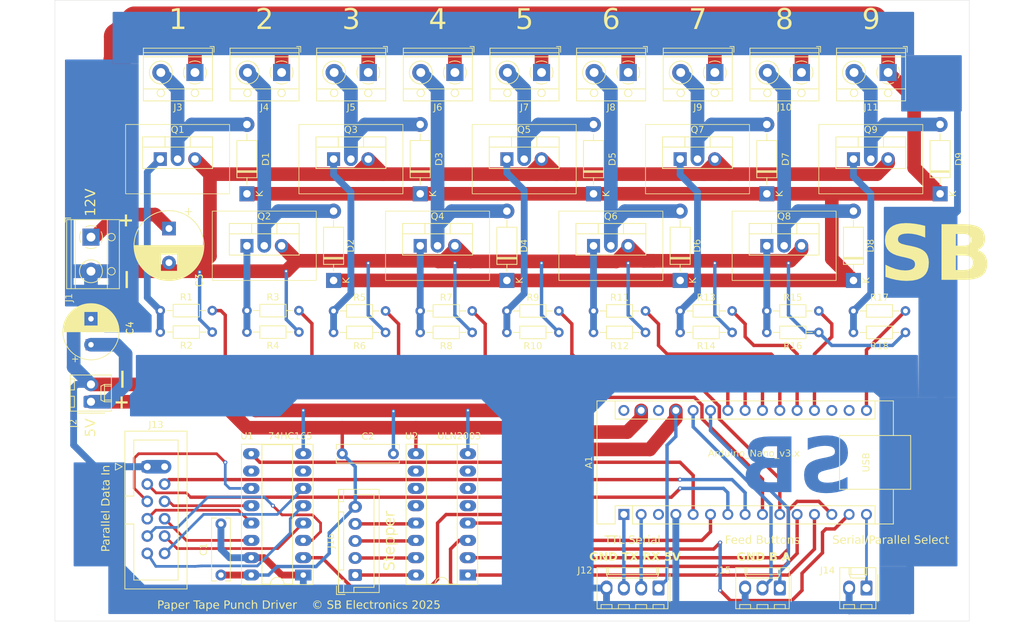
<source format=kicad_pcb>
(kicad_pcb (version 20241229) (generator "pcbnew") (generator_version "9.0")
  (layers (0 "F.Cu" signal) (2 "B.Cu" signal) (13 "F.Paste" user) (15 "B.Paste" user) (5 "F.SilkS" user "F.Silkscreen") (7 "B.SilkS" user "B.Silkscreen") (1 "F.Mask" user) (3 "B.Mask" user) (25 "Edge.Cuts" user))
  (net 0 "")
  (net 2 "Net-(A1-A2)")
  (net 3 "Net-(A1-A1)")
  (net 5 "Net-(A1-D7)")
  (net 6 "Net-(A1-A6)")
  (net 7 "Net-(A1-D11)")
  (net 8 "Net-(A1-A0)")
  (net 11 "Net-(A1-A5)")
  (net 12 "Net-(A1-D3)")
  (net 13 "Net-(A1-D2)")
  (net 14 "Net-(A1-A3)")
  (net 15 "Net-(A1-D5)")
  (net 16 "Net-(A1-D1{slash}TX)")
  (net 17 "GND")
  (net 18 "Net-(A1-D12)")
  (net 19 "Net-(A1-D13)")
  (net 20 "Net-(A1-D10)")
  (net 21 "Net-(A1-D0{slash}RX)")
  (net 22 "Net-(A1-A4)")
  (net 23 "Net-(A1-D9)")
  (net 24 "Net-(A1-D8)")
  (net 26 "Net-(A1-D6)")
  (net 27 "Net-(A1-D4)")
  (net 28 "Net-(A1-A7)")
  (net 29 "+5V")
  (net 30 "+12V")
  (net 31 "Net-(D1-A)")
  (net 32 "Net-(D2-A)")
  (net 33 "Net-(D3-A)")
  (net 34 "Net-(D4-A)")
  (net 35 "Net-(D5-A)")
  (net 36 "Net-(D6-A)")
  (net 37 "Net-(D7-A)")
  (net 38 "Net-(D8-A)")
  (net 39 "Net-(D9-A)")
  (net 40 "Net-(J13-Pin_7)")
  (net 41 "Net-(J13-Pin_5)")
  (net 42 "Net-(J13-Pin_6)")
  (net 43 "Net-(J13-Pin_10)")
  (net 44 "Net-(J13-Pin_8)")
  (net 45 "Net-(J13-Pin_11)")
  (net 46 "Net-(J13-Pin_9)")
  (net 47 "Net-(J13-Pin_12)")
  (net 48 "Net-(J16-Pin_3)")
  (net 49 "Net-(J16-Pin_1)")
  (net 50 "Net-(J16-Pin_2)")
  (net 51 "Net-(J16-Pin_4)")
  (net 52 "Net-(Q1-G)")
  (net 53 "Net-(Q2-G)")
  (net 54 "Net-(Q3-G)")
  (net 55 "Net-(Q4-G)")
  (net 56 "Net-(Q5-G)")
  (net 57 "Net-(Q6-G)")
  (net 58 "Net-(Q7-G)")
  (net 59 "Net-(Q8-G)")
  (net 60 "Net-(Q9-G)")
  (footprint "Resistor_THT:R_Axial_DIN0204_L3.6mm_D1.6mm_P7.62mm_Horizontal" (layer "F.Cu") (at 243.84 76.2)
    (property "Reference" "R16")
    (property "Value" "10k")
  )
  (footprint "Module:Arduino_Nano" (layer "F.Cu") (at 222.885 102.87 90)
    (property "Reference" "A1")
    (property "Value" "Arduino_Nano_v3.x")
  )
  (footprint "Diode_THT:D_DO-41_SOD81_P10.16mm_Horizontal" (layer "F.Cu") (at 180.34 68.58 90)
    (property "Reference" "D2")
    (property "Value" "1N4007")
  )
  (footprint "Connector_Molex:Molex_KK-254_AE-6410-04A_1x04_P2.54mm_Vertical" (layer "F.Cu") (at 227.965 113.665 180)
    (property "Reference" "J12")
    (property "Value" "TTL Serial")
  )
  (footprint "Resistor_THT:R_Axial_DIN0204_L3.6mm_D1.6mm_P7.62mm_Horizontal" (layer "F.Cu") (at 231.14 73.05)
    (property "Reference" "R13")
    (property "Value" "220")
  )
  (footprint "Resistor_THT:R_Axial_DIN0204_L3.6mm_D1.6mm_P7.62mm_Horizontal" (layer "F.Cu") (at 154.94 76.1492)
    (property "Reference" "R2")
    (property "Value" "10k")
  )
  (footprint "Diode_THT:D_DO-41_SOD81_P10.16mm_Horizontal" (layer "F.Cu") (at 269.24 55.88 90)
    (property "Reference" "D9")
    (property "Value" "1N4007")
  )
  (footprint "Package_DIP:CERDIP-16_W7.62mm_SideBrazed_LongPads_Socket" (layer "F.Cu") (at 200.025 111.76 180)
    (property "Reference" "U2")
    (property "Value" "ULN2003")
  )
  (footprint "Resistor_THT:R_Axial_DIN0204_L3.6mm_D1.6mm_P7.62mm_Horizontal" (layer "F.Cu") (at 193.04 76.2)
    (property "Reference" "R8")
    (property "Value" "10k")
  )
  (footprint "MountingHole:MountingHole_3.2mm_M3_DIN965" (layer "F.Cu") (at 144 114)
    (property "Reference" "REF**" (hide yes))
    (property "Value" "MountingHole_3.2mm_M3_DIN965")
  )
  (footprint "Connector_Molex:Molex_KK-254_AE-6410-02A_1x02_P2.54mm_Vertical" (layer "F.Cu") (at 258.445 113.665 180)
    (property "Reference" "J14")
    (property "Value" "Serial/Parallel Select")
  )
  (footprint "Package_TO_SOT_THT:TO-220-3_Vertical" (layer "F.Cu") (at 167.64 63.5)
    (property "Reference" "Q2")
    (property "Value" "FQP30N06L")
  )
  (footprint "MountingHole:MountingHole_3.2mm_M3_DIN965" (layer "F.Cu") (at 269 114)
    (property "Reference" "REF**" (hide yes))
    (property "Value" "MountingHole_3.2mm_M3_DIN965")
  )
  (footprint "Resistor_THT:R_Axial_DIN0204_L3.6mm_D1.6mm_P7.62mm_Horizontal" (layer "F.Cu") (at 231.14 76.2)
    (property "Reference" "R14")
    (property "Value" "10k")
  )
  (footprint "Diode_THT:D_DO-41_SOD81_P10.16mm_Horizontal" (layer "F.Cu") (at 205.74 68.58 90)
    (property "Reference" "D4")
    (property "Value" "1N4007")
  )
  (footprint "Resistor_THT:R_Axial_DIN0204_L3.6mm_D1.6mm_P7.62mm_Horizontal" (layer "F.Cu") (at 256.54 73.05)
    (property "Reference" "R17")
    (property "Value" "220")
  )
  (footprint "Resistor_THT:R_Axial_DIN0204_L3.6mm_D1.6mm_P7.62mm_Horizontal" (layer "F.Cu") (at 218.44 73.05)
    (property "Reference" "R11")
    (property "Value" "220")
  )
  (footprint "Resistor_THT:R_Axial_DIN0204_L3.6mm_D1.6mm_P7.62mm_Horizontal" (layer "F.Cu") (at 180.34 73.05)
    (property "Reference" "R5")
    (property "Value" "220")
  )
  (footprint "Capacitor_THT:CP_Radial_D8.0mm_P3.80mm" (layer "F.Cu") (at 144.78 78.002651 90)
    (property "Reference" "C4")
    (property "Value" "C_Polarized_Small")
  )
  (footprint "Package_TO_SOT_THT:TO-220-3_Vertical" (layer "F.Cu") (at 231.14 50.8)
    (property "Reference" "Q7")
    (property "Value" "FQP30N06L")
  )
  (footprint "Resistor_THT:R_Axial_DIN0204_L3.6mm_D1.6mm_P7.62mm_Horizontal" (layer "F.Cu") (at 205.74 73.05)
    (property "Reference" "R9")
    (property "Value" "220")
  )
  (footprint "Diode_THT:D_DO-41_SOD81_P10.16mm_Horizontal" (layer "F.Cu") (at 218.44 55.88 90)
    (property "Reference" "D5")
    (property "Value" "1N4007")
  )
  (footprint "Package_TO_SOT_THT:TO-220-3_Vertical" (layer "F.Cu") (at 193.04 63.5)
    (property "Reference" "Q4")
    (property "Value" "FQP30N06L")
  )
  (footprint "Resistor_THT:R_Axial_DIN0204_L3.6mm_D1.6mm_P7.62mm_Horizontal" (layer "F.Cu") (at 256.54 76.2)
    (property "Reference" "R18")
    (property "Value" "10k")
  )
  (footprint "Resistor_THT:R_Axial_DIN0204_L3.6mm_D1.6mm_P7.62mm_Horizontal" (layer "F.Cu") (at 205.74 76.2)
    (property "Reference" "R10")
    (property "Value" "10k")
  )
  (footprint "Resistor_THT:R_Axial_DIN0204_L3.6mm_D1.6mm_P7.62mm_Horizontal" (layer "F.Cu") (at 167.64 76.1492)
    (property "Reference" "R4")
    (property "Value" "10k")
  )
  (footprint "TerminalBlock_RND:TerminalBlock_RND_205-00012_1x02_P5.00mm_Horizontal" (layer "F.Cu") (at 261.62 38.1 180)
    (property "Reference" "J11")
    (property "Value" "9")
  )
  (footprint "Resistor_THT:R_Axial_DIN0204_L3.6mm_D1.6mm_P7.62mm_Horizontal" (layer "F.Cu") (at 243.84 73.05)
    (property "Reference" "R15")
    (property "Value" "220")
  )
  (footprint "Connector_IDC:IDC-Header_2x06_P2.54mm_Vertical" (layer "F.Cu") (at 153.035 95.885)
    (property "Reference" "J13")
    (property "Value" "Parallel Data In")
  )
  (footprint "Resistor_THT:R_Axial_DIN0204_L3.6mm_D1.6mm_P7.62mm_Horizontal" (layer "F.Cu") (at 167.64 72.9992)
    (property "Reference" "R3")
    (property "Value" "220")
  )
  (footprint "Package_DIP:CERDIP-16_W7.62mm_SideBrazed_LongPads_Socket" (layer "F.Cu") (at 175.895 111.76 180)
    (property "Reference" "U1")
    (property "Value" "74HC165")
  )
  (footprint "Capacitor_THT:C_Rect_L9.0mm_W2.5mm_P7.50mm_MKT" (layer "F.Cu") (at 181.61 93.98)
    (property "Reference" "C2")
    (property "Value" "100nF")
  )
  (footprint "TerminalBlock_RND:TerminalBlock_RND_205-00012_1x02_P5.00mm_Horizontal" (layer "F.Cu") (at 248.92 38.1 180)
    (property "Reference" "J10")
    (property "Value" "8")
  )
  (footprint "TerminalBlock_RND:TerminalBlock_RND_205-00012_1x02_P5.00mm_Horizontal" (layer "F.Cu") (at 198.12 38.1 180)
    (property "Reference" "J6")
    (property "Value" "4")
  )
  (footprint "Resistor_THT:R_Axial_DIN0204_L3.6mm_D1.6mm_P7.62mm_Horizontal" (layer "F.Cu") (at 154.94 72.9992)
    (property "Reference" "R1")
    (property "Value" "220")
  )
  (footprint "Connector_Molex:Molex_KK-254_AE-6410-03A_1x03_P2.54mm_Vertical" (layer "F.Cu") (at 245.745 113.665 180)
    (property "Reference" "J15")
    (property "Value" "Feed Buttons")
  )
  (footprint "TerminalBlock_RND:TerminalBlock_RND_205-00012_1x02_P5.00mm_Horizontal" (layer "F.Cu") (at 236.22 38.1 180)
    (property "Reference" "J9")
    (property "Value" "7")
  )
  (footprint "Package_TO_SOT_THT:TO-220-3_Vertical" (layer "F.Cu") (at 218.44 63.5)
    (property "Reference" "Q6")
    (property "Value" "FQP30N06L")
  )
  (footprint "TerminalBlock_RND:TerminalBlock_RND_205-00012_1x02_P5.00mm_Horizontal" (layer "F.Cu") (at 185.42 38.1 180)
    (property "Reference" "J5")
    (property "Value" "3")
  )
  (footprint "Diode_THT:D_DO-41_SOD81_P10.16mm_Horizontal" (layer "F.Cu") (at 167.64 55.88 90)
    (property "Reference" "D1")
    (property "Value" "1N4007")
  )
  (footprint "Package_TO_SOT_THT:TO-220-3_Vertical" (layer "F.Cu") (at 256.54 50.8)
    (property "Reference" "Q9")
    (property "Value" "FQP30N06L")
  )
  (footprint "Resistor_THT:R_Axial_DIN0204_L3.6mm_D1.6mm_P7.62mm_Horizontal" (layer "F.Cu") (at 180.34 76.2)
    (property "Reference" "R6")
    (property "Value" "10k")
  )
  (footprint "Package_TO_SOT_THT:TO-220-3_Vertical" (layer "F.Cu") (at 154.94 50.8)
    (property "Reference" "Q1")
    (property "Value" "FQP30N06L")
  )
  (footprint "Capacitor_THT:C_Rect_L9.0mm_W2.5mm_P7.50mm_MKT" (layer "F.Cu") (at 163.83 111.76 90)
    (property "Reference" "C1")
    (property "Value" "100nF")
  )
  (footprint "Capacitor_THT:CP_Radial_D10.0mm_P5.00mm" (layer "F.Cu") (at 156.21 60.97 -90)
    (property "Reference" "C3")
    (property "Value" "C_Polarized_Small")
  )
  (footprint "Resistor_THT:R_Axial_DIN0204_L3.6mm_D1.6mm_P7.62mm_Horizontal" (layer "F.Cu") (at 193.04 73.05)
    (property "Reference" "R7")
    (property "Value" "220")
  )
  (footprint "Diode_THT:D_DO-41_SOD81_P10.16mm_Horizontal" (layer "F.Cu") (at 231.14 68.58 90)
    (property "Reference" "D6")
    (property "Value" "1N4007")
  )
  (footprint "TerminalBlock_RND:TerminalBlock_RND_205-00012_1x02_P5.00mm_Horizontal" (layer "F.Cu") (at 144.78 62.23 -90)
    (property "Reference" "J1")
    (property "Value" "12V")
  )
  (footprint "Package_TO_SOT_THT:TO-220-3_Vertical" (layer "F.Cu") (at 243.84 63.5)
    (property "Reference" "Q8")
    (property "Value" "FQP30N06L")
  )
  (footprint "Resistor_THT:R_Axial_DIN0204_L3.6mm_D1.6mm_P7.62mm_Horizontal" (layer "F.Cu") (at 218.44 76.2)
    (property "Reference" "R12")
    (property "Value" "10k")
  )
  (footprint "Package_TO_SOT_THT:TO-220-3_Vertical" (layer "F.Cu") (at 180.34 50.8)
    (property "Reference" "Q3")
    (property "Value" "FQP30N06L")
  )
  (footprint "TerminalBlock_RND:TerminalBlock_RND_205-00012_1x02_P5.00mm_Horizontal" (layer "F.Cu") (at 172.72 38.1 180)
    (property "Reference" "J4")
    (property "Value" "2")
  )
  (footprint "Diode_THT:D_DO-41_SOD81_P10.16mm_Horizontal" (layer "F.Cu") (at 193.04 55.88 90)
    (property "Reference" "D3")
    (property "Value" "1N4007")
  )
  (footprint "Connector_JST:JST_XH_B5B-XH-A_1x05_P2.50mm_Vertical" (layer "F.Cu") (at 183.515 111.76 90)
    (property "Reference" "J16")
    (property "Value" "Stepper")
  )
  (footprint "Diode_THT:D_DO-41_SOD81_P10.16mm_Horizontal" (layer "F.Cu") (at 243.84 55.88 90)
    (property "Reference" "D7")
    (property "Value" "1N4007")
  )
  (footprint "Diode_THT:D_DO-41_SOD81_P10.16mm_Horizontal" (layer "F.Cu") (at 256.54 68.58 90)
    (property "Reference" "D8")
    (property "Value" "1N4007")
  )
  (footprint "Package_TO_SOT_THT:TO-220-3_Vertical" (layer "F.Cu") (at 205.74 50.8)
    (property "Reference" "Q5")
    (property "Value" "FQP30N06L")
  )
  (footprint "MountingHole:MountingHole_3.2mm_M3_DIN965" (layer "F.Cu") (at 269 32)
    (property "Reference" "REF**" (hide yes))
    (property "Value" "MountingHole_3.2mm_M3_DIN965")
  )
  (footprint "TerminalBlock_RND:TerminalBlock_RND_205-00012_1x02_P5.00mm_Horizontal" (layer "F.Cu") (at 210.82 38.1 180)
    (property "Reference" "J7")
    (property "Value" "5")
  )
  (footprint "MountingHole:MountingHole_3.2mm_M3_DIN965" (layer "F.Cu") (at 144 32)
    (property "Reference" "REF**" (hide yes))
    (property "Value" "MountingHole_3.2mm_M3_DIN965")
  )
  (footprint "TerminalBlock_RND:TerminalBlock_RND_205-00012_1x02_P5.00mm_Horizontal" (layer "F.Cu") (at 223.52 38.1 180)
    (property "Reference" "J8")
    (property "Value" "6")
  )
  (footprint "TerminalBlock_RND:TerminalBlock_RND_205-00012_1x02_P5.00mm_Horizontal" (layer "F.Cu") (at 160.02 38.1 180)
    (property "Reference" "J3")
    (property "Value" "1")
  )
  (footprint "Connector_Molex:Molex_KK-254_AE-6410-02A_1x02_P2.54mm_Vertical" (layer "F.Cu") (at 144.78 86.36 90)
    (property "Reference" "J2")
    (property "Value" "5V")
  )
  (gr_rect (start 238.76 58.42) (end 254 68.58) (stroke (width 0.1)) (fill no) (layer "F.SilkS"))
  (gr_rect (start 226.06 45.72) (end 241.3 55.88) (stroke (width 0.1)) (fill no) (layer "F.SilkS"))
  (gr_rect (start 187.96 58.42) (end 203.2 68.58) (stroke (width 0.1)) (fill no) (layer "F.SilkS"))
  (gr_rect (start 200.66 45.72) (end 215.9 55.88) (stroke (width 0.1)) (fill no) (layer "F.SilkS"))
  (gr_rect (start 251.46 45.72) (end 266.7 55.88) (stroke (width 0.1)) (fill no) (layer "F.SilkS"))
  (gr_rect (start 162.56 58.42) (end 177.8 68.58) (stroke (width 0.1)) (fill no) (layer "F.SilkS"))
  (gr_rect (start 213.36 58.42) (end 228.6 68.58) (stroke (width 0.1)) (fill no) (layer "F.SilkS"))
  (gr_rect (start 175.26 45.72) (end 190.5 55.88) (stroke (width 0.1)) (fill no) (layer "F.SilkS"))
  (gr_rect (start 149.86 45.72) (end 165.1 55.88) (stroke (width 0.1)) (fill no) (layer "F.SilkS"))
  (gr_rect (start 139.5 27.5) (end 273.5 118.5) (stroke (width 0.05)) (fill no) (layer "Edge.Cuts"))
  (gr_text "SB" (at 256.54 100.965 0) (layer "B.Cu") (effects (font (size 8 8) (thickness 0.3) (bold yes)) (justify left bottom mirror)))
  (gr_text "SB" (at 260.35 69.85 0) (layer "F.SilkS") (effects (font (size 8 8) (thickness 0.1)) (justify left bottom)))
  (gr_text "+" (at 151.13 60.96 90) (layer "F.SilkS") (effects (font (size 2 2) (thickness 0.3) (bold yes)) (justify left bottom)))
  (gr_text "Paper Tape Punch Driver    © SB Electronics 2025" (at 175.26 116.205 0) (layer "F.SilkS") (effects (font (size 1.2 1.2))))
  (gr_text "GND B A" (at 239.395 109.855 0) (layer "F.SilkS") (effects (font (size 1.2 1.2) (thickness 0.3) (bold yes)) (justify left bottom)))
  (gr_text "+" (at 150.495 87.63 90) (layer "F.SilkS") (effects (font (size 2 2) (thickness 0.3) (bold yes)) (justify left bottom)))
  (gr_text "—\n" (at 150.495 84.455 90) (layer "F.SilkS") (effects (font (size 2 2) (thickness 0.3) (bold yes)) (justify left bottom)))
  (gr_text "—\n" (at 151.13 69.85 90) (layer "F.SilkS") (effects (font (size 2 2) (thickness 0.3) (bold yes)) (justify left bottom)))
  (gr_text "GND TX RX 5V" (at 217.805 109.855 0) (layer "F.SilkS") (effects (font (size 1.2 1.2) (thickness 0.3) (bold yes)) (justify left bottom)))
  (segment (start 245.745 80.645) (end 245.745 87.63) (width 0.5) (layer "F.Cu") (net 2))
  (segment (start 244.475 79.375) (end 245.745 80.645) (width 0.5) (layer "F.Cu") (net 2))
  (segment (start 227.965 74.955) (end 227.965 78.105) (width 0.5) (layer "F.Cu") (net 2))
  (segment (start 226.06 73.05) (end 227.965 74.955) (width 0.5) (layer "F.Cu") (net 2))
  (segment (start 229.235 79.375) (end 244.475 79.375) (width 0.5) (layer "F.Cu") (net 2))
  (segment (start 227.965 78.105) (end 229.235 79.375) (width 0.5) (layer "F.Cu") (net 2))
  (segment (start 241.935 78.105) (end 247.015 78.105) (width 0.5) (layer "F.Cu") (net 3))
  (segment (start 247.015 78.105) (end 248.285 79.375) (width 0.5) (layer "F.Cu") (net 3))
  (segment (start 248.285 79.375) (end 248.285 87.63) (width 0.5) (layer "F.Cu") (net 3))
  (segment (start 238.76 73.05) (end 240.665 74.955) (width 0.5) (layer "F.Cu") (net 3))
  (segment (start 240.665 76.835) (end 241.935 78.105) (width 0.5) (layer "F.Cu") (net 3))
  (segment (start 240.665 74.955) (end 240.665 76.835) (width 0.5) (layer "F.Cu") (net 3))
  (segment (start 177.165 82.55) (end 179.07 84.455) (width 0.5) (layer "F.Cu") (net 5))
  (segment (start 177.165 74.9042) (end 177.165 82.55) (width 0.5) (layer "F.Cu") (net 5))
  (segment (start 175.26 72.9992) (end 177.165 74.9042) (width 0.5) (layer "F.Cu") (net 5))
  (segment (start 245.744883 98.016976) (end 245.745 98.245) (width 0.5) (layer "F.Cu") (net 5))
  (segment (start 236.874 87.014) (end 236.874 88.874) (width 0.5) (layer "F.Cu") (net 5))
  (segment (start 234.315 84.455) (end 236.874 87.014) (width 0.5) (layer "F.Cu") (net 5))
  (segment (start 245.772092 97.704069) (end 245.744883 97.982964) (width 0.5) (layer "F.Cu") (net 5))
  (segment (start 245.744883 97.982964) (end 245.744883 98.016976) (width 0.5) (layer "F.Cu") (net 5))
  (segment (start 179.07 84.455) (end 234.315 84.455) (width 0.5) (layer "F.Cu") (net 5))
  (segment (start 245.745 98.245) (end 245.745 102.87) (width 0.5) (layer "F.Cu") (net 5))
  (segment (start 236.874 88.874) (end 245.772092 97.704069) (width 0.5) (layer "F.Cu") (net 5))
  (segment (start 247 102) (end 247 110) (width 0.5) (layer "B.Cu") (net 6))
  (segment (start 245.745 111.255) (end 245.745 113.665) (width 0.5) (layer "B.Cu") (net 6))
  (segment (start 247 110) (end 245.745 111.255) (width 0.5) (layer "B.Cu") (net 6))
  (segment (start 235.585 90.585) (end 247 102) (width 0.5) (layer "B.Cu") (net 6))
  (segment (start 235.585 87.63) (end 235.585 90.585) (width 0.5) (layer "B.Cu") (net 6))
  (segment (start 252 105.5) (end 252.5 105) (width 0.5) (layer "F.Cu") (net 7))
  (segment (start 237 114) (end 238.5 115.5) (width 0.5) (layer "F.Cu") (net 7))
  (segment (start 238.5 115.5) (end 247.5 115.5) (width 0.5) (layer "F.Cu") (net 7))
  (segment (start 249 114) (end 249 111.5) (width 0.5) (layer "F.Cu") (net 7))
  (segment (start 236.05 107.95) (end 237 107) (width 0.5) (layer "F.Cu") (net 7))
  (segment (start 200.025 104.14) (end 206.375 104.14) (width 0.5) (layer "F.Cu") (net 7))
  (segment (start 210.185 107.95) (end 236.05 107.95) (width 0.5) (layer "F.Cu") (net 7))
  (segment (start 206.375 104.14) (end 210.185 107.95) (width 0.5) (layer "F.Cu") (net 7))
  (segment (start 252 108.5) (end 252 105.5) (width 0.5) (layer "F.Cu") (net 7))
  (segment (start 249 111.5) (end 252 108.5) (width 0.5) (layer "F.Cu") (net 7))
  (segment (start 247.5 115.5) (end 249 114) (width 0.5) (layer "F.Cu") (net 7))
  (segment (start 252.5 105) (end 253.775 105) (width 0.5) (layer "F.Cu") (net 7))
  (segment (start 253.775 105) (end 255.905 102.87) (width 0.5) (layer "F.Cu") (net 7))
  (via (at 237 107) (size 0.6) (drill 0.3) (layers "F.Cu" "B.Cu") (net 7))
  (via (at 237 114) (size 0.6) (drill 0.3) (layers "F.Cu" "B.Cu") (net 7))
  (segment (start 237 107) (end 237 114) (width 0.5) (layer "B.Cu") (net 7))
  (segment (start 253.365 76.835) (end 250.825 79.375) (width 0.5) (layer "F.Cu") (net 8))
  (segment (start 253.365 74.955) (end 251.46 73.05) (width 0.5) (layer "F.Cu") (net 8))
  (segment (start 250.825 79.375) (end 250.825 87.63) (width 0.5) (layer "F.Cu") (net 8))
  (segment (start 253.365 74.955) (end 253.365 76.835) (width 0.5) (layer "F.Cu") (net 8))
  (segment (start 238.125 84.455) (end 238.125 87.63) (width 0.5) (layer "F.Cu") (net 11))
  (segment (start 236.855 83.185) (end 238.125 84.455) (width 0.5) (layer "F.Cu") (net 11))
  (segment (start 187.96 73.05) (end 189.865 74.955) (width 0.5) (layer "F.Cu") (net 11))
  (segment (start 191.135 83.185) (end 236.855 83.185) (width 0.5) (layer "F.Cu") (net 11))
  (segment (start 189.865 81.915) (end 191.135 83.185) (width 0.5) (layer "F.Cu") (net 11))
  (segment (start 189.865 74.955) (end 189.865 81.915) (width 0.5) (layer "F.Cu") (net 11))
  (segment (start 196.83 102.89) (end 207.03 102.89) (width 0.5) (layer "F.Cu") (net 12))
  (segment (start 183.098122 113.665) (end 194.31 113.665) (width 0.5) (layer "F.Cu") (net 12))
  (segment (start 210.82 106.68) (end 234.315 106.68) (width 0.5) (layer "F.Cu") (net 12))
  (segment (start 194.31 113.665) (end 195.58 112.395) (width 0.5) (layer "F.Cu") (net 12))
  (segment (start 178.653122 109.22) (end 183.098122 113.665) (width 0.5) (layer "F.Cu") (net 12))
  (segment (start 235.585 105.41) (end 235.585 102.87) (width 0.5) (layer "F.Cu") (net 12))
  (segment (start 195.58 104.14) (end 196.83 102.89) (width 0.5) (layer "F.Cu") (net 12))
  (segment (start 195.58 112.395) (end 195.58 104.14) (width 0.5) (layer "F.Cu") (net 12))
  (segment (start 234.315 106.68) (end 235.585 105.41) (width 0.5) (layer "F.Cu") (net 12))
  (segment (start 207.03 102.89) (end 210.82 106.68) (width 0.5) (layer "F.Cu") (net 12))
  (segment (start 175.895 109.22) (end 178.653122 109.22) (width 0.5) (layer "F.Cu") (net 12))
  (segment (start 168.275 93.98) (end 169.525 95.23) (width 0.5) (layer "F.Cu") (net 13))
  (segment (start 169.525 95.23) (end 231.12 95.23) (width 0.5) (layer "F.Cu") (net 13))
  (segment (start 231.12 95.23) (end 233.045 97.155) (width 0.5) (layer "F.Cu") (net 13))
  (segment (start 233.045 97.155) (end 233.045 102.87) (width 0.5) (layer "F.Cu") (net 13))
  (segment (start 241.935 80.645) (end 243.205 81.915) (width 0.5) (layer "F.Cu") (net 14))
  (segment (start 216.535 80.645) (end 241.935 80.645) (width 0.5) (layer "F.Cu") (net 14))
  (segment (start 215.265 79.375) (end 216.535 80.645) (width 0.5) (layer "F.Cu") (net 14))
  (segment (start 213.36 73.05) (end 215.265 74.955) (width 0.5) (layer "F.Cu") (net 14))
  (segment (start 243.205 81.915) (end 243.205 87.63) (width 0.5) (layer "F.Cu") (net 14))
  (segment (start 215.265 74.955) (end 215.265 79.375) (width 0.5) (layer "F.Cu") (net 14))
  (segment (start 156.23 97.77) (end 231.12 97.77) (width 0.5) (layer "F.Cu") (net 15))
  (segment (start 155.575 98.425) (end 156.23 97.77) (width 0.5) (layer "F.Cu") (net 15))
  (via (at 231.12 97.77) (size 0.6) (drill 0.3) (layers "F.Cu" "B.Cu") (net 15))
  (segment (start 240.665 99.695) (end 240.665 102.87) (width 0.5) (layer "B.Cu") (net 15))
  (segment (start 231.12 97.77) (end 238.74 97.77) (width 0.5) (layer "B.Cu") (net 15))
  (segment (start 238.74 97.77) (end 240.665 99.695) (width 0.5) (layer "B.Cu") (net 15))
  (segment (start 222.885 113.665) (end 222.885 102.87) (width 0.5) (layer "B.Cu") (net 16))
  (segment (start 168.91 87.63) (end 212.09 87.63) (width 2) (layer "F.Cu") (net 17))
  (segment (start 225.72 65.7) (end 223.52 63.5) (width 2) (layer "F.Cu") (net 17))
  (segment (start 223.52 63.5) (end 223.52 64.051595) (width 2) (layer "F.Cu") (net 17))
  (segment (start 160.02 50.8) (end 162.22 53) (width 2) (layer "F.Cu") (net 17))
  (segment (start 162.22 53) (end 162.22 65.03) (width 2) (layer "F.Cu") (net 17))
  (segment (start 187.62 53) (end 209.171595 53) (width 2) (layer "F.Cu") (net 17))
  (segment (start 247.271595 65.7) (end 227.33 65.7) (width 2) (layer "F.Cu") (net 17))
  (segment (start 183.771595 53) (end 185.42 51.351595) (width 2) (layer "F.Cu") (net 17))
  (segment (start 236.22 51.351595) (end 236.22 50.8) (width 2) (layer "F.Cu") (net 17))
  (segment (start 200.406 65.786) (end 198.12 63.5) (width 2) (layer "F.Cu") (net 17))
  (segment (start 212.09 87.63) (end 215.265 90.805) (width 2) (layer "F.Cu") (net 17))
  (segment (start 210.82 51.351595) (end 210.82 50.8) (width 2) (layer "F.Cu") (net 17))
  (segment (start 162.56 76.1492) (end 162.56 76.2) (width 1) (layer "F.Cu") (net 17))
  (segment (start 223.52 64.051595) (end 221.785595 65.786) (width 2) (layer "F.Cu") (net 17))
  (segment (start 209.171595 53) (end 210.82 51.351595) (width 2) (layer "F.Cu") (net 17))
  (segment (start 198.12 64.051595) (end 196.471595 65.7) (width 2) (layer "F.Cu") (net 17))
  (segment (start 227.33 65.7) (end 221.871595 65.7) (width 2) (layer "F.Cu") (net 17))
  (segment (start 168.275 109.22) (end 170.18 109.22) (width 1) (layer "F.Cu") (net 17))
  (segment (start 160.02 67.23) (end 173.39 67.23) (width 2) (layer "F.Cu") (net 17))
  (segment (start 185.42 51.351595) (end 185.42 50.8) (width 2) (layer "F.Cu") (net 17))
  (segment (start 198.12 63.5) (end 198.12 64.051595) (width 2) (layer "F.Cu") (net 17))
  (segment (start 156.21 67.23) (end 160.02 67.23) (width 2) (layer "F.Cu") (net 17))
  (segment (start 238.42 53) (end 259.971595 53) (width 2) (layer "F.Cu") (net 17))
  (segment (start 185.42 50.8) (end 187.62 53) (width 2) (layer "F.Cu") (net 17))
  (segment (start 227.33 65.7) (end 225.72 65.7) (width 2) (layer "F.Cu") (net 17))
  (segment (start 213.02 53) (end 234.571595 53) (width 2) (layer "F.Cu") (net 17))
  (segment (start 172.72 111.76) (end 175.895 111.76) (width 1) (layer "F.Cu") (net 17))
  (segment (start 248.92 64.051595) (end 247.271595 65.7) (width 2) (layer "F.Cu") (net 17))
  (segment (start 165.1 83.82) (end 168.91 87.63) (width 2) (layer "F.Cu") (net 17))
  (segment (start 144.78 83.82) (end 165.1 83.82) (width 2) (layer "F.Cu") (net 17))
  (segment (start 236.22 50.8) (end 238.42 53) (width 2) (layer "F.Cu") (net 17))
  (segment (start 156.21 65.97) (end 156.21 67.23) (width 2) (layer "F.Cu") (net 17))
  (segment (start 195.58 65.7) (end 174.92 65.7) (width 2) (layer "F.Cu") (net 17))
  (segment (start 248.92 63.5) (end 248.92 64.051595) (width 2) (layer "F.Cu") (net 17))
  (segment (start 170.18 109.22) (end 172.72 111.76) (width 1) (layer "F.Cu") (net 17))
  (segment (start 196.471595 65.7) (end 195.58 65.7) (width 2) (layer "F.Cu") (net 17))
  (segment (start 173.39 67.23) (end 174.92 65.7) (width 2) (layer "F.Cu") (net 17))
  (segment (start 215.265 90.805) (end 223.38137 90.805) (width 2) (layer "F.Cu") (net 17))
  (segment (start 259.971595 53) (end 261.62 51.351595) (width 2) (layer "F.Cu") (net 17))
  (segment (start 221.785595 65.786) (end 200.406 65.786) (width 2) (layer "F.Cu") (net 17))
  (segment (start 210.82 50.8) (end 213.02 53) (width 2) (layer "F.Cu") (net 17))
  (segment (start 162.22 65.03) (end 160.02 67.23) (width 2) (layer "F.Cu") (net 17))
  (segment (start 144.78 67.23) (end 156.21 67.23) (width 2) (layer "F.Cu") (net 17))
  (segment (start 225.425 88.76137) (end 225.425 87.63) (width 2) (layer "F.Cu") (net 17))
  (segment (start 162.22 53) (end 183.771595 53) (width 2) (layer "F.Cu") (net 17))
  (segment (start 174.92 65.7) (end 172.72 63.5) (width 2) (layer "F.Cu") (net 17))
  (segment (start 187.62 53) (end 183.771595 53) (width 2) (layer "F.Cu") (net 17))
  (segment (start 213.02 53) (end 209.171595 53) (width 2) (layer "F.Cu") (net 17))
  (segment (start 234.571595 53) (end 236.22 51.351595) (width 2) (layer "F.Cu") (net 17))
  (segment (start 261.62 51.351595) (end 261.62 50.8) (width 2) (layer "F.Cu") (net 17))
  (segment (start 200.406 65.786) (end 195.666 65.786) (width 2) (layer "F.Cu") (net 17))
  (segment (start 223.38137 90.805) (end 225.425 88.76137) (width 2) (layer "F.Cu") (net 17))
  (segment (start 195.666 65.786) (end 195.58 65.7) (width 2) (layer "F.Cu") (net 17))
  (segment (start 221.871595 65.7) (end 221.785595 65.786) (width 2) (layer "F.Cu") (net 17))
  (segment (start 238.42 53) (end 234.571595 53) (width 2) (layer "F.Cu") (net 17))
  (via (at 210.82 66.04) (size 0.6) (drill 0.3) (layers "F.Cu" "B.Cu") (net 17))
  (via (at 223.52 66.04) (size 0.6) (drill 0.3) (layers "F.Cu" "B.Cu") (net 17))
  (via (at 247.015 66.04) (size 0.6) (drill 0.3) (layers "F.Cu" "B.Cu") (net 17))
  (via (at 185.42 66.04) (size 0.6) (drill 0.3) (layers "F.Cu" "B.Cu") (net 17))
  (via (at 160.7058 67.3608) (size 0.6) (drill 0.3) (layers "F.Cu" "B.Cu") (net 17))
  (via (at 236.22 66.04) (size 0.6) (drill 0.3) (layers "F.Cu" "B.Cu") (net 17))
  (via (at 173.39 67.23) (size 0.6) (drill 0.3) (layers "F.Cu" "B.Cu") (net 17))
  (via (at 175.895 87.63) (size 0.6) (drill 0.3) (layers "F.Cu" "B.Cu") (net 17))
  (via (at 200.025 87.63) (size 0.6) (drill 0.3) (layers "F.Cu" "B.Cu") (net 17))
  (via (at 189.11 87.75) (size 0.6) (drill 0.3) (layers "F.Cu" "B.Cu") (net 17))
  (via (at 198.12 66.04) (size 0.6) (drill 0.3) (layers "F.Cu" "B.Cu") (net 17))
  (segment (start 155.575 95.885) (end 153.035 95.885) (width 2) (layer "B.Cu") (net 17))
  (segment (start 145.415 95.885) (end 142.24 92.71) (width 1) (layer "B.Cu") (net 17))
  (segment (start 264.795 106.68) (end 269.24 102.235) (width 1) (layer "B.Cu") (net 17))
  (segment (start 200.025 93.98) (end 200.025 87.63) (width 0.5) (layer "B.Cu") (net 17))
  (segment (start 149.225 110.49) (end 152.4 113.665) (width 1) (layer "B.Cu") (net 17))
  (segment (start 230.505 116.205) (end 220.345 116.205) (width 1) (layer "B.Cu") (net 17))
  (segment (start 162.56 76.1492) (end 160.7058 74.295) (width 0.5) (layer "B.Cu") (net 17))
  (segment (start 175.895 111.76) (end 175.895 113.665) (width 1) (layer "B.Cu") (net 17))
  (segment (start 240.665 115.57) (end 241.3 116.205) (width 1) (layer "B.Cu") (net 17))
  (segment (start 269.24 102.235) (end 269.24 60.96) (width 1) (layer "B.Cu") (net 17))
  (segment (start 142.32 67.23) (end 147.875 67.23) (width 2) (layer "B.Cu") (net 17))
  (segment (start 251.46 76.2) (end 249.555 76.2) (width 0.5) (layer "B.Cu") (net 17))
  (segment (start 200.66 76.2) (end 198.12 73.66) (width 0.5) (layer "B.Cu") (net 17))
  (segment (start 255.905 117) (end 264.795 117) (width 1) (layer "B.Cu") (net 17))
  (segment (start 233.045 116.205) (end 240.665 116.205) (width 1) (layer "B.Cu") (net 17))
  (segment (start 213.36 76.2) (end 210.82 73.66) (width 0.5) (layer "B.Cu") (net 17))
  (segment (start 152.4 113.665) (end 175.895 113.665) (width 1) (layer "B.Cu") (net 17))
  (segment (start 142.685 83.82) (end 144.78 83.82) (width 1) (layer "B.Cu") (net 17))
  (segment (start 153.035 95.885) (end 149.225 95.885) (width 1) (layer "B.Cu") (net 17))
  (segment (start 144.78 67.23) (end 144.78 74.202651) (width 2) (layer "B.Cu") (net 17))
  (segment (start 175.26 76.1492) (end 173.4058 74.295) (width 0.5) (layer "B.Cu") (net 17))
  (segment (start 249.555 76.2) (end 247.015 73.66) (width 0.5) (layer "B.Cu") (net 17))
  (segment (start 247.015 73.66) (end 247.015 66.04) (width 0.5) (layer "B.Cu") (net 17))
  (segment (start 271.78 58.42) (end 271.78 38.1) (width 1) (layer "B.Cu") (net 17))
  (segment (start 160.7058 74.295) (end 160.7058 67.3608) (width 0.5) (layer "B.Cu") (net 17))
  (segment (start 210.82 73.66) (end 210.82 66.04) (width 0.5) (layer "B.Cu") (net 17))
  (segment (start 173.4058 67.2458) (end 173.39 67.23) (width 0.5) (layer "B.Cu") (net 17))
  (segment (start 236.22 73.66) (end 236.22 66.04) (width 0.5) (layer "B.Cu") (net 17))
  (segment (start 163.83 107.95) (end 163.83 104.26) (width 1) (layer "B.Cu") (net 17))
  (segment (start 144.78 83.82) (end 142.24 81.28) (width 2) (layer "B.Cu") (net 17))
  (segment (start 189.11 93.98) (end 189.11 87.75) (width 0.5) (layer "B.Cu") (net 17))
  (segment (start 142.24 75.565) (end 143.602349 74.202651) (width 2) (layer "B.Cu") (net 17))
  (segment (start 253.365 78.105) (end 251.46 76.2) (width 0.5) (layer "B.Cu") (net 17))
  (segment (start 143.602349 74.202651) (end 144.78 74.202651) (width 2) (layer "B.Cu") (net 17))
  (segment (start 142.24 84.265) (end 142.685 83.82) (width 1) (layer "B.Cu") (net 17))
  (segment (start 241.3 116.205) (end 255.905 116.205) (width 1) (layer "B.Cu") (net 17))
  (segment (start 165.1 109.22) (end 163.83 107.95) (width 1) (layer "B.Cu") (net 17))
  (segment (start 255.905 116.205) (end 255.905 113.665) (width 1) (layer "B.Cu") (net 17))
  (segment (start 175.895 93.98) (end 175.895 87.63) (width 0.5) (layer "B.Cu") (net 17))
  (segment (start 238.76 76.2) (end 236.22 73.66) (width 0.5) (layer "B.Cu") (net 17))
  (segment (start 264.16 76.2) (end 262.255 78.105) (width 0.5) (layer "B.Cu") (net 17))
  (segment (start 153.035 95.885) (end 145.415 95.885) (width 1) (layer "B.Cu") (net 17))
  (segment (start 142.24 81.28) (end 142.24 75.565) (width 2) (layer "B.Cu") (net 17))
  (segment (start 264.795 117) (end 264.795 106.68) (width 1) (layer "B.Cu") (net 17))
  (segment (start 223.52 73.66) (end 223.52 66.04) (width 0.5) (layer "B.Cu") (net 17))
  (segment (start 168.275 109.22) (end 165.1 109.22) (width 1) (layer "B.Cu") (net 17))
  (segment (start 198.12 73.66) (end 198.12 66.04) (width 0.5) (layer "B.Cu") (net 17))
  (segment (start 230.505 116.205) (end 233.045 116.205) (width 1) (layer "B.Cu") (net 17))
  (segment (start 175.895 113.665) (end 220.345 113.665) (width 1) (layer "B.Cu") (net 17))
  (segment (start 144.78 74.202651) (end 147.862651 74.202651) (width 2) (layer "B.Cu") (net 17))
  (segment (start 226.06 76.2) (end 223.52 73.66) (width 0.5) (layer "B.Cu") (net 17))
  (segment (start 142.24 92.71) (end 142.24 84.265) (width 1) (layer "B.Cu") (net 17))
  (segment (start 255.905 113.665) (end 255.905 117) (width 1) (layer "B.Cu") (net 17))
  (segment (start 269.24 60.96) (end 271.78 58.42) (width 1) (layer "B.Cu") (net 17))
  (segment (start 149.225 95.885) (end 149.225 110.49) (width 1) (layer "B.Cu") (net 17))
  (segment (start 262.255 78.105) (end 253.365 78.105) (width 0.5) (layer "B.Cu") (net 17))
  (segment (start 144.78 67.23) (end 142.32 67.23) (width 2) (layer "B.Cu") (net 17))
  (segment (start 230.505 102.87) (end 230.505 116.205) (width 1) (layer "B.Cu") (net 17))
  (segment (start 240.665 113.665) (end 240.665 115.57) (width 1) (layer "B.Cu") (net 17))
  (segment (start 220.345 116.205) (end 220.345 113.665) (width 1) (layer "B.Cu") (net 17))
  (segment (start 185.42 73.66) (end 185.42 66.04) (width 0.5) (layer "B.Cu") (net 17))
  (segment (start 187.96 76.2) (end 185.42 73.66) (width 0.5) (layer "B.Cu") (net 17))
  (segment (start 173.4058 74.295) (end 173.4058 67.2458) (width 0.5) (layer "B.Cu") (net 17))
  (segment (start 258.445 102.87) (end 258.445 113.665) (width 0.4) (layer "B.Cu") (net 18))
  (segment (start 258.445 78.765) (end 258.445 87.63) (width 0.5) (layer "F.Cu") (net 19))
  (segment (start 264.16 73.05) (end 258.445 78.765) (width 0.5) (layer "F.Cu") (net 19))
  (segment (start 246.995 107.95) (end 246.995 102.255) (width 0.5) (layer "F.Cu") (net 20))
  (segment (start 200.025 109.22) (end 245.745 109.22) (width 0.5) (layer "F.Cu") (net 20))
  (segment (start 248.285 100.965) (end 251.46 100.965) (width 0.5) (layer "F.Cu") (net 20))
  (segment (start 245.745 109.22) (end 246.995 107.95) (width 0.5) (layer "F.Cu") (net 20))
  (segment (start 251.46 100.965) (end 253.365 102.87) (width 0.5) (layer "F.Cu") (net 20))
  (segment (start 246.995 102.255) (end 248.285 100.965) (width 0.5) (layer "F.Cu") (net 20))
  (segment (start 225.425 113.665) (end 225.425 102.87) (width 0.5) (layer "B.Cu") (net 21))
  (segment (start 204.47 81.915) (end 239.395 81.915) (width 0.5) (layer "F.Cu") (net 22))
  (segment (start 202.565 80.01) (end 204.47 81.915) (width 0.5) (layer "F.Cu") (net 22))
  (segment (start 200.66 73.05) (end 202.565 74.955) (width 0.5) (layer "F.Cu") (net 22))
  (segment (start 240.665 83.185) (end 240.665 87.63) (width 0.5) (layer "F.Cu") (net 22))
  (segment (start 202.565 74.955) (end 202.565 80.01) (width 0.5) (layer "F.Cu") (net 22))
  (segment (start 239.395 81.915) (end 240.665 83.185) (width 0.5) (layer "F.Cu") (net 22))
  (segment (start 217.805 111.76) (end 215.9 113.665) (width 0.5) (layer "F.Cu") (net 23))
  (segment (start 247.015 111.76) (end 217.805 111.76) (width 0.5) (layer "F.Cu") (net 23))
  (segment (start 197.485 113.03) (end 197.485 107.95) (width 0.5) (layer "F.Cu") (net 23))
  (segment (start 250.825 107.95) (end 247.015 111.76) (width 0.5) (layer "F.Cu") (net 23))
  (segment (start 215.9 113.665) (end 198.12 113.665) (width 0.5) (layer "F.Cu") (net 23))
  (segment (start 198.12 113.665) (end 197.485 113.03) (width 0.5) (layer "F.Cu") (net 23))
  (segment (start 250.825 102.87) (end 250.825 107.95) (width 0.5) (layer "F.Cu") (net 23))
  (segment (start 198.755 106.68) (end 200.025 106.68) (width 0.5) (layer "F.Cu") (net 23))
  (segment (start 197.485 107.95) (end 198.755 106.68) (width 0.5) (layer "F.Cu") (net 23))
  (segment (start 246.38 110.49) (end 248.285 108.585) (width 0.5) (layer "F.Cu") (net 24))
  (segment (start 200.025 111.76) (end 215.265 111.76) (width 0.5) (layer "F.Cu") (net 24))
  (segment (start 216.535 110.49) (end 246.38 110.49) (width 0.5) (layer "F.Cu") (net 24))
  (segment (start 215.265 111.76) (end 216.535 110.49) (width 0.5) (layer "F.Cu") (net 24))
  (segment (start 248.285 108.585) (end 248.285 102.87) (width 0.5) (layer "F.Cu") (net 24))
  (segment (start 164.465 73.66) (end 163.8042 72.9992) (width 0.5) (layer "F.Cu") (net 26))
  (segment (start 163.8042 72.9992) (end 162.56 72.9992) (width 0.5) (layer "F.Cu") (net 26))
  (segment (start 234.334 86.834) (end 233.225 85.725) (width 0.5) (layer "F.Cu") (net 26))
  (segment (start 169.545 85.725) (end 164.465 80.645) (width 0.5) (layer "F.Cu") (net 26))
  (segment (start 243.205 102.87) (end 243.205 97.705) (width 0.5) (layer "F.Cu") (net 26))
  (segment (start 164.465 80.645) (end 164.465 73.66) (width 0.5) (layer "F.Cu") (net 26))
  (segment (start 234.334 88.834) (end 234.334 86.834) (width 0.5) (layer "F.Cu") (net 26))
  (segment (start 233.225 85.725) (end 169.545 85.725) (width 0.5) (layer "F.Cu") (net 26))
  (segment (start 243.205 97.705) (end 234.334 88.834) (width 0.5) (layer "F.Cu") (net 26))
  (segment (start 154.325 99.715) (end 158.75 99.715) (width 0.4) (layer "F.Cu") (net 27))
  (segment (start 153.035 98.425) (end 154.325 99.715) (width 0.4) (layer "F.Cu") (net 27))
  (segment (start 159.385 100.35) (end 229.85 100.35) (width 0.5) (layer "F.Cu") (net 27))
  (segment (start 229.85 100.35) (end 231.14 99.06) (width 0.5) (layer "F.Cu") (net 27))
  (segment (start 158.75 99.715) (end 159.385 100.35) (width 0.4) (layer "F.Cu") (net 27))
  (via (at 231.14 99.06) (size 0.6) (drill 0.3) (layers "F.Cu" "B.Cu") (net 27))
  (segment (start 238.125 99.695) (end 237.49 99.06) (width 0.5) (layer "B.Cu") (net 27))
  (segment (start 238.125 102.87) (end 238.125 99.695) (width 0.5) (layer "B.Cu") (net 27))
  (segment (start 237.49 99.06) (end 231.14 99.06) (width 0.5) (layer "B.Cu") (net 27))
  (segment (start 244.5 101.5) (end 233.045 90.045) (width 0.5) (layer "B.Cu") (net 28))
  (segment (start 244.456 112.414) (end 244.456 101.544) (width 0.5) (layer "B.Cu") (net 28))
  (segment (start 243.205 113.665) (end 244.456 112.414) (width 0.5) (layer "B.Cu") (net 28))
  (segment (start 244.456 101.544) (end 244.5 101.5) (width 0.5) (layer "B.Cu") (net 28))
  (segment (start 233.045 90.045) (end 233.045 87.63) (width 0.5) (layer "B.Cu") (net 28))
  (segment (start 192.405 90.17) (end 210.82 90.17) (width 2) (layer "F.Cu") (net 29))
  (segment (start 192.405 93.98) (end 192.405 90.17) (width 0.5) (layer "F.Cu") (net 29))
  (segment (start 163.83 111.76) (end 168.275 111.76) (width 1) (layer "F.Cu") (net 29))
  (segment (start 181.61 90.17) (end 192.405 90.17) (width 2) (layer "F.Cu") (net 29))
  (segment (start 210.82 90.17) (end 213.995 93.345) (width 2) (layer "F.Cu") (net 29))
  (segment (start 181.61 93.98) (end 181.61 90.17) (width 0.5) (layer "F.Cu") (net 29))
  (segment (start 163.83 86.36) (end 167.64 90.17) (width 2) (layer "F.Cu") (net 29))
  (segment (start 230.505 88.76137) (end 230.505 87.63) (width 2) (layer "F.Cu") (net 29))
  (segment (start 226.695 93.345) (end 230.505 88.76137) (width 2) (layer "F.Cu") (net 29))
  (segment (start 167.64 90.17) (end 181.61 90.17) (width 2) (layer "F.Cu") (net 29))
  (segment (start 144.78 86.36) (end 163.83 86.36) (width 2) (layer "F.Cu") (net 29))
  (segment (start 213.995 93.345) (end 226.695 93.345) (width 2) (layer "F.Cu") (net 29))
  (segment (start 149.86 79.375) (end 148.487651 78.002651) (width 2) (layer "B.Cu") (net 29))
  (segment (start 170.815 111.76) (end 168.275 111.76) (width 0.5) (layer "B.Cu") (net 29))
  (segment (start 177.78 110.51) (end 172.065 110.51) (width 0.5) (layer "B.Cu") (net 29))
  (segment (start 149.86 83.82) (end 149.86 79.375) (width 2) (layer "B.Cu") (net 29))
  (segment (start 144.78 86.36) (end 147.32 86.36) (width 2) (layer "B.Cu") (net 29))
  (segment (start 179.705 105.57) (end 179.705 108.585) (width 0.5) (layer "B.Cu") (net 29))
  (segment (start 227.965 113.665) (end 229.215 112.415) (width 0.5) (layer "B.Cu") (net 29))
  (segment (start 148.487651 78.002651) (end 144.78 78.002651) (width 2) (layer "B.Cu") (net 29))
  (segment (start 172.065 110.51) (end 170.815 111.76) (width 0.5) (layer "B.Cu") (net 29))
  (segment (start 230.505 91.44) (end 230.505 87.63) (width 0.5) (layer "B.Cu") (net 29))
  (segment (start 183.515 101.76) (end 179.705 105.57) (width 0.5) (layer "B.Cu") (net 29))
  (segment (start 147.32 86.36) (end 149.86 83.82) (width 2) (layer "B.Cu") (net 29))
  (segment (start 229.215 112.415) (end 229.215 92.73) (width 0.5) (layer "B.Cu") (net 29))
  (segment (start 179.705 108.585) (end 177.78 110.51) (width 0.5) (layer "B.Cu") (net 29))
  (segment (start 183.515 95.885) (end 181.61 93.98) (width 0.5) (layer "B.Cu") (net 29))
  (segment (start 183.515 101.76) (end 183.515 95.885) (width 0.5) (layer "B.Cu") (net 29))
  (segment (start 229.215 92.73) (end 230.505 91.44) (width 0.5) (layer "B.Cu") (net 29))
  (segment (start 160.3 30.43) (end 151.195 30.43) (width 4) (layer "F.Cu") (net 30))
  (segment (start 218.44 55.88) (end 193.04 55.88) (width 2) (layer "F.Cu") (net 30))
  (segment (start 198.12 30.435) (end 198.125 30.43) (width 2) (layer "F.Cu") (net 30))
  (segment (start 185.425 30.43) (end 172.675 30.43) (width 4) (layer "F.Cu") (net 30))
  (segment (start 269.24 55.88) (end 253.365 55.88) (width 2) (layer "F.Cu") (net 30))
  (segment (start 261.62 32.545) (end 259.5 30.425) (width 2) (layer "F.Cu") (net 30))
  (segment (start 265.43 41.91) (end 261.62 38.1) (width 2) (layer "F.Cu") (net 30))
  (segment (start 256.54 68.58) (end 253.365 65.405) (width 2) (layer "F.Cu") (net 30))
  (segment (start 151.195 30.43) (end 148.8 32.825) (width 4) (layer "F.Cu") (net 30))
  (segment (start 261.62 38.1) (end 261.62 32.545) (width 2) (layer "F.Cu") (net 30))
  (segment (start 236.22 30.5) (end 236.15 30.43) (width 2) (layer "F.Cu") (net 30))
  (segment (start 210.82 38.1) (end 210.82 30.56) (width 2) (layer "F.Cu") (net 30))
  (segment (start 231.14 68.58) (end 256.54 68.58) (width 2) (layer "F.Cu") (net 30))
  (segment (start 253.365 55.88) (end 243.84 55.88) (width 2) (layer "F.Cu") (net 30))
  (segment (start 265.43 52.07) (end 265.43 41.91) (width 2) (layer "F.Cu") (net 30))
  (segment (start 172.72 30.475) (end 172.675 30.43) (width 2) (layer "F.Cu") (net 30))
  (segment (start 198.125 30.43) (end 185.425 30.43) (width 4) (layer "F.Cu") (net 30))
  (segment (start 148.59 58.928) (end 148.59 36.437) (width 4) (layer "F.Cu") (net 30))
  (segment (start 148.675 36.352) (end 148.59 36.437) (width 4) (layer "F.Cu") (net 30))
  (segment (start 236.22 38.1) (end 236.22 30.5) (width 2) (layer "F.Cu") (net 30))
  (segment (start 248.92 30.485) (end 248.975 30.43) (width 2) (layer "F.Cu") (net 30))
  (segment (start 154.168 58.928) (end 156.21 60.97) (width 2) (layer "F.Cu") (net 30))
  (segment (start 223.475 30.43) (end 210.95 30.43) (width 4) (layer "F.Cu") (net 30))
  (segment (start 248.92 38.1) (end 248.92 30.485) (width 2) (layer "F.Cu") (net 30))
  (segment (start 236.15 30.43) (end 223.475 30.43) (width 4) (layer "F.Cu") (net 30))
  (segment (start 210.95 30.43) (end 198.125 30.43) (width 4) (layer "F.Cu") (net 30))
  (segment (start 259.5 30.425) (end 246.855 30.425) (width 4) (layer "F.Cu") (net 30))
  (segment (start 145.288 62.23) (end 148.59 58.928) (width 2) (layer "F.Cu") (net 30))
  (segment (start 253.365 65.405) (end 253.365 55.88) (width 2) (layer "F.Cu") (net 30))
  (segment (start 172.72 38.1) (end 172.72 30.475) (width 2) (layer "F.Cu") (net 30))
  (segment (start 148.675 32.825) (end 148.675 36.352) (width 4) (layer "F.Cu") (net 30))
  (segment (start 185.42 38.1) (end 185.42 30.435) (width 2) (layer "F.Cu") (net 30))
  (segment (start 172.675 30.43) (end 160.3 30.43) (width 4) (layer "F.Cu") (net 30))
  (segment (start 198.12 38.1) (end 198.12 30.435) (width 2) (layer "F.Cu") (net 30))
  (segment (start 269.24 55.88) (end 265.43 52.07) (width 2) (layer "F.Cu") (net 30))
  (segment (start 148.8 32.825) (end 148.675 32.825) (width 4) (layer "F.Cu") (net 30))
  (segment (start 193.04 55.88) (end 167.64 55.88) (width 2) (layer "F.Cu") (net 30))
  (segment (start 210.82 30.56) (end 210.95 30.43) (width 2) (layer "F.Cu") (net 30))
  (segment (start 148.59 58.928) (end 154.168 58.928) (width 2) (layer "F.Cu") (net 30))
  (segment (start 243.84 55.88) (end 218.44 55.88) (width 2) (layer "F.Cu") (net 30))
  (segment (start 180.34 68.58) (end 205.74 68.58) (width 2) (layer "F.Cu") (net 30))
  (segment (start 248.975 30.43) (end 236.15 30.43) (width 4) (layer "F.Cu") (net 30))
  (segment (start 144.78 62.23) (end 145.288 62.23) (width 2) (layer "F.Cu") (net 30))
  (segment (start 160.02 38.1) (end 160.02 30.71) (width 2) (layer "F.Cu") (net 30))
  (segment (start 185.42 30.435) (end 185.425 30.43) (width 2) (layer "F.Cu") (net 30))
  (segment (start 205.74 68.58) (end 231.14 68.58) (width 2) (layer "F.Cu") (net 30))
  (segment (start 223.52 30.475) (end 223.475 30.43) (width 2) (layer "F.Cu") (net 30))
  (segment (start 160.02 30.71) (end 160.3 30.43) (width 2) (layer "F.Cu") (net 30))
  (segment (start 223.52 38.1) (end 223.52 30.475) (width 2) (layer "F.Cu") (net 30))
  (segment (start 157.48 40.56) (end 157.48 50.8) (width 2) (layer "B.Cu") (net 31))
  (segment (start 157.48 47.8) (end 157.48 50.8) (width 2) (layer "B.Cu") (net 31))
  (segment (start 159.56 45.72) (end 157.48 47.8) (width 2) (layer "B.Cu") (net 31))
  (segment (start 155.02 38.1) (end 157.48 40.56) (width 2) (layer "B.Cu") (net 31))
  (segment (start 167.64 45.72) (end 159.56 45.72) (width 2) (layer "B.Cu") (net 31))
  (segment (start 167.72 38.1) (end 170.18 40.56) (width 2) (layer "B.Cu") (net 32))
  (segment (start 172.26 58.42) (end 170.18 60.5) (width 2) (layer "B.Cu") (net 32))
  (segment (start 170.18 60.5) (end 170.18 63.5) (width 2) (layer "B.Cu") (net 32))
  (segment (start 180.34 58.42) (end 172.26 58.42) (width 2) (layer "B.Cu") (net 32))
  (segment (start 170.18 40.56) (end 170.18 63.5) (width 2) (layer "B.Cu") (net 32))
  (segment (start 184.96 45.72) (end 182.88 47.8) (width 2) (layer "B.Cu") (net 33))
  (segment (start 180.42 38.1) (end 182.88 40.56) (width 2) (layer "B.Cu") (net 33))
  (segment (start 182.88 47.8) (end 182.88 50.8) (width 2) (layer "B.Cu") (net 33))
  (segment (start 182.88 40.56) (end 182.88 50.8) (width 2) (layer "B.Cu") (net 33))
  (segment (start 193.04 45.72) (end 184.96 45.72) (width 2) (layer "B.Cu") (net 33))
  (segment (start 197.66 58.42) (end 195.58 60.5) (width 2) (layer "B.Cu") (net 34))
  (segment (start 195.58 40.56) (end 195.58 63.5) (width 2) (layer "B.Cu") (net 34))
  (segment (start 193.12 38.1) (end 195.58 40.56) (width 2) (layer "B.Cu") (net 34))
  (segment (start 195.58 60.5) (end 195.58 63.5) (width 2) (layer "B.Cu") (net 34))
  (segment (start 205.74 58.42) (end 197.66 58.42) (width 2) (layer "B.Cu") (net 34))
  (segment (start 210.36 45.72) (end 208.28 47.8) (width 2) (layer "B.Cu") (net 35))
  (segment (start 205.82 38.1) (end 208.28 40.56) (width 2) (layer "B.Cu") (net 35))
  (segment (start 208.28 47.8) (end 208.28 50.8) (width 2) (layer "B.Cu") (net 35))
  (segment (start 218.44 45.72) (end 210.36 45.72) (width 2) (layer "B.Cu") (net 35))
  (segment (start 208.28 40.56) (end 208.28 50.8) (width 2) (layer "B.Cu") (net 35))
  (segment (start 218.52 38.1) (end 220.98 40.56) (width 2) (layer "B.Cu") (net 36))
  (segment (start 220.98 40.56) (end 220.98 63.5) (width 2) (layer "B.Cu") (net 36))
  (segment (start 231.14 58.42) (end 223.06 58.42) (width 2) (layer "B.Cu") (net 36))
  (segment (start 220.98 60.5) (end 220.98 63.5) (width 2) (layer "B.Cu") (net 36))
  (segment (start 223.06 58.42) (end 220.98 60.5) (width 2) (layer "B.Cu") (net 36))
  (segment (start 243.84 45.72) (end 235.76 45.72) (width 2) (layer "B.Cu") (net 37))
  (segment (start 233.68 40.56) (end 233.68 50.8) (width 2) (layer "B.Cu") (net 37))
  (segment (start 235.76 45.72) (end 233.68 47.8) (width 2) (layer "B.Cu") (net 37))
  (segment (start 233.68 47.8) (end 233.68 50.8) (width 2) (layer "B.Cu") (net 37))
  (segment (start 231.22 38.1) (end 233.68 40.56) (width 2) (layer "B.Cu") (net 37))
  (segment (start 248.46 58.42) (end 246.38 60.5) (width 2) (layer "B.Cu") (net 38))
  (segment (start 246.38 60.5) (end 246.38 63.5) (width 2) (layer "B.Cu") (net 38))
  (segment (start 256.54 58.42) (end 248.46 58.42) (width 2) (layer "B.Cu") (net 38))
  (segment (start 246.38 40.56) (end 246.38 63.5) (width 2) (layer "B.Cu") (net 38))
  (segment (start 243.92 38.1) (end 246.38 40.56) (width 2) (layer "B.Cu") (net 38))
  (segment (start 269.24 45.72) (end 261.16 45.72) (width 2) (layer "B.Cu") (net 39))
  (segment (start 259.08 40.56) (end 259.08 50.8) (width 2) (layer "B.Cu") (net 39))
  (segment (start 261.16 45.72) (end 259.08 47.8) (width 2) (layer "B.Cu") (net 39))
  (segment (start 256.62 38.1) (end 259.08 40.56) (width 2) (layer "B.Cu") (net 39))
  (segment (start 259.08 47.8) (end 259.08 50.8) (width 2) (layer "B.Cu") (net 39))
  (segment (start 166.39 102.255) (end 154.285 102.255) (width 0.4) (layer "F.Cu") (net 40))
  (segment (start 154.285 102.255) (end 153.035 103.505) (width 0.4) (layer "F.Cu") (net 40))
  (segment (start 168.275 104.14) (end 166.39 102.255) (width 0.4) (layer "F.Cu") (net 40))
  (segment (start 151.13 99.06) (end 151.13 94.615) (width 0.4) (layer "F.Cu") (net 41))
  (segment (start 153.035 100.965) (end 151.13 99.06) (width 0.4) (layer "F.Cu") (net 41))
  (segment (start 163.195 93.98) (end 164.465 95.25) (width 0.4) (layer "F.Cu") (net 41))
  (segment (start 151.765 93.98) (end 163.195 93.98) (width 0.4) (layer "F.Cu") (net 41))
  (segment (start 151.13 94.615) (end 151.765 93.98) (width 0.4) (layer "F.Cu") (net 41))
  (via (at 164.465 95.25) (size 0.6) (drill 0.3) (layers "F.Cu" "B.Cu") (net 41))
  (segment (start 165.1 99.06) (end 168.275 99.06) (width 0.4) (layer "B.Cu") (net 41))
  (segment (start 164.465 98.425) (end 165.1 99.06) (width 0.4) (layer "B.Cu") (net 41))
  (segment (start 164.465 95.25) (end 164.465 98.425) (width 0.4) (layer "B.Cu") (net 41))
  (segment (start 156.21 100.965) (end 156.845 101.6) (width 0.4) (layer "F.Cu") (net 42))
  (segment (start 156.845 101.6) (end 168.275 101.6) (width 0.4) (layer "F.Cu") (net 42))
  (segment (start 155.575 100.965) (end 156.21 100.965) (width 0.4) (layer "F.Cu") (net 42))
  (segment (start 155.575 106.045) (end 157.41 107.88) (width 0.4) (layer "F.Cu") (net 43))
  (segment (start 157.41 107.88) (end 172.155 107.88) (width 0.4) (layer "F.Cu") (net 43))
  (segment (start 172.155 107.88) (end 175.895 104.14) (width 0.4) (layer "F.Cu") (net 43))
  (segment (start 158.75 106.68) (end 168.275 106.68) (width 0.4) (layer "F.Cu") (net 44))
  (segment (start 155.575 103.505) (end 158.75 106.68) (width 0.4) (layer "F.Cu") (net 44))
  (segment (start 160.02 110.49) (end 160.995 110.42) (width 0.4) (layer "B.Cu") (net 45))
  (segment (start 160.995 110.42) (end 169.172056 110.42) (width 0.4) (layer "B.Cu") (net 45))
  (segment (start 173.99 103.505) (end 175.895 101.6) (width 0.4) (layer "B.Cu") (net 45))
  (segment (start 153.035 108.585) (end 154.285 110.49) (width 0.4) (layer "B.Cu") (net 45))
  (segment (start 154.285 110.49) (end 160.02 110.49) (width 0.4) (layer "B.Cu") (net 45))
  (segment (start 169.172056 110.42) (end 173.99 105.602056) (width 0.4) (layer "B.Cu") (net 45))
  (segment (start 173.99 105.602056) (end 173.99 103.505) (width 0.4) (layer "B.Cu") (net 45))
  (segment (start 177.165 106.68) (end 175.895 106.68) (width 0.4) (layer "F.Cu") (net 46))
  (segment (start 171.45 101.6) (end 172.79 102.94) (width 0.4) (layer "F.Cu") (net 46))
  (segment (start 177.235 102.94) (end 178.435 104.14) (width 0.4) (layer "F.Cu") (net 46))
  (segment (start 178.435 105.41) (end 177.165 106.68) (width 0.4) (layer "F.Cu") (net 46))
  (segment (start 178.435 104.14) (end 178.435 105.41) (width 0.4) (layer "F.Cu") (net 46))
  (segment (start 172.79 102.94) (end 177.235 102.94) (width 0.4) (layer "F.Cu") (net 46))
  (via (at 171.45 101.6) (size 0.6) (drill 0.3) (layers "F.Cu" "B.Cu") (net 46))
  (segment (start 157.48 104.775) (end 161.925 100.33) (width 0.4) (layer "B.Cu") (net 46))
  (segment (start 153.035 106.045) (end 154.285 104.795) (width 0.4) (layer "B.Cu") (net 46))
  (segment (start 161.925 100.33) (end 170.18 100.33) (width 0.4) (layer "B.Cu") (net 46))
  (segment (start 170.18 100.33) (end 171.45 101.6) (width 0.4) (layer "B.Cu") (net 46))
  (segment (start 154.285 104.795) (end 157.48 104.775) (width 0.4) (layer "B.Cu") (net 46))
  (segment (start 175.895 99.06) (end 172.085 102.87) (width 0.4) (layer "B.Cu") (net 47))
  (segment (start 172.085 102.87) (end 161.29 102.87) (width 0.4) (layer "B.Cu") (net 47))
  (segment (start 161.29 102.87) (end 155.575 108.585) (width 0.4) (layer "B.Cu") (net 47))
  (segment (start 183.515 106.76) (end 192.325 106.76) (width 0.5) (layer "F.Cu") (net 48))
  (segment (start 192.325 106.76) (end 192.405 106.68) (width 0.5) (layer "F.Cu") (net 48))
  (segment (start 183.515 111.76) (end 192.405 111.76) (width 0.5) (layer "F.Cu") (net 49))
  (segment (start 183.515 109.26) (end 192.365 109.26) (width 0.5) (layer "F.Cu") (net 50))
  (segment (start 192.365 109.26) (end 192.405 109.22) (width 0.5) (layer "F.Cu") (net 50))
  (segment (start 183.515 104.26) (end 192.285 104.26) (width 0.5) (layer "F.Cu") (net 51))
  (segment (start 192.285 104.26) (end 192.405 104.14) (width 0.5) (layer "F.Cu") (net 51))
  (segment (start 153.035 71.0942) (end 154.94 72.9992) (width 1) (layer "B.Cu") (net 52))
  (segment (start 154.94 50.8) (end 153.035 52.705) (width 1) (layer "B.Cu") (net 52))
  (segment (start 153.035 52.705) (end 153.035 71.0942) (width 1) (layer "B.Cu") (net 52))
  (segment (start 154.94 76.1492) (end 154.94 72.9992) (width 1) (layer "B.Cu") (net 52))
  (segment (start 154.6606 50.8) (end 154.94 51.0794) (width 1) (layer "B.Cu") (net 52))
  (segment (start 154.94 50.8) (end 154.6606 50.8) (width 1) (layer "B.Cu") (net 52))
  (segment (start 167.64 63.5) (end 167.64 76.1492) (width 1) (layer "B.Cu") (net 53))
  (segment (start 180.34 73.05) (end 180.34 76.2) (width 1) (layer "B.Cu") (net 54))
  (segment (start 182.88 55.626) (end 182.88 70.51) (width 1) (layer "B.Cu") (net 54))
  (segment (start 180.34 50.8) (end 180.34 53.086) (width 1) (layer "B.Cu") (net 54))
  (segment (start 180.34 53.086) (end 182.88 55.626) (width 1) (layer "B.Cu") (net 54))
  (segment (start 182.88 70.51) (end 180.34 73.05) (width 1) (layer "B.Cu") (net 54))
  (segment (start 193.04 63.5) (end 193.04 76.2) (width 1) (layer "B.Cu") (net 55))
  (segment (start 208.28 70.51) (end 205.74 73.05) (width 1) (layer "B.Cu") (net 56))
  (segment (start 205.74 50.8) (end 205.74 52.832) (width 1) (layer "B.Cu") (net 56))
  (segment (start 205.74 73.05) (end 205.74 76.2) (width 1) (layer "B.Cu") (net 56))
  (segment (start 208.28 55.372) (end 208.28 70.51) (width 1) (layer "B.Cu") (net 56))
  (segment (start 205.74 52.832) (end 208.28 55.372) (width 1) (layer "B.Cu") (net 56))
  (segment (start 218.44 63.5) (end 218.44 76.2) (width 1) (layer "B.Cu") (net 57))
  (segment (start 231.14 76.2) (end 231.14 73.05) (width 1) (layer "B.Cu") (net 58))
  (segment (start 233.68 55.626) (end 233.68 70.51) (width 1) (layer "B.Cu") (net 58))
  (segment (start 231.14 50.8) (end 231.14 53.086) (width 1) (layer "B.Cu") (net 58))
  (segment (start 233.68 70.51) (end 231.14 73.05) (width 1) (layer "B.Cu") (net 58))
  (segment (start 231.14 53.086) (end 233.68 55.626) (width 1) (layer "B.Cu") (net 58))
  (segment (start 243.84 63.5) (end 243.84 76.2) (width 1) (layer "B.Cu") (net 59))
  (segment (start 243.84 76.2) (end 243.84 73.05) (width 1) (layer "B.Cu") (net 59))
  (segment (start 256.54 50.8) (end 256.54 53.34) (width 1) (layer "B.Cu") (net 60))
  (segment (start 259.08 55.88) (end 259.08 70.51) (width 1) (layer "B.Cu") (net 60))
  (segment (start 256.54 76.2) (end 256.54 73.05) (width 1) (layer "B.Cu") (net 60))
  (segment (start 256.54 53.34) (end 259.08 55.88) (width 1) (layer "B.Cu") (net 60))
  (segment (start 259.08 70.51) (end 256.54 73.05) (width 1) (layer "B.Cu") (net 60))
  (zone (net 17) (net_name "GND") (layer "B.Cu") (priority 6) (connect_pads (clearance 0.5)) (min_thickness 0.25) (fill yes (thermal_gap 0.5) (thermal_bridge_width 0.5))
    (polygon (pts (xy 265.43 117.475) (xy 265.43 110.49) (xy 260.35 110.49) (xy 260.35 115.57) (xy 218.44 115.57) (xy 218.44 113.665) (xy 153.035 113.665) (xy 149.86 110.49) (xy 149.86 95.25) (xy 142.24 95.25) (xy 142.24 110.49) (xy 147.32 110.49) (xy 147.32 117.475)))
  )
  (zone (net 17) (net_name "GND") (layer "B.Cu") (priority 2) (connect_pads (clearance 0.5)) (min_thickness 0.25) (fill yes (thermal_gap 0.5) (thermal_bridge_width 0.5))
    (polygon (pts (xy 266.065 86.01) (xy 266 79.5) (xy 150.5 79.5) (xy 150.5 88.5) (xy 172.5 88.5) (xy 175 86) (xy 202 86) (xy 205 89) (xy 205 114) (xy 218.44 113.665) (xy 218.5 88) (xy 221.5 85) (xy 259.5 85) (xy 260.35 85.725)))
  )
  (zone (net 17) (net_name "GND") (layer "B.Cu") (priority 3) (connect_pads (clearance 0.5)) (min_thickness 0.25) (fill yes (thermal_gap 0.5) (thermal_bridge_width 0.5))
    (polygon (pts (xy 263.525 35.56) (xy 263.525 43.815) (xy 272.415 43.815) (xy 272.415 35.56)))
  )
  (zone (net 17) (net_name "GND") (layer "B.Cu") (priority 1) (connect_pads (clearance 0.5)) (min_thickness 0.25) (fill yes (thermal_gap 0.5) (thermal_bridge_width 0.5))
    (polygon (pts (xy 147.955 29.21) (xy 265.43 29.21) (xy 265.43 35.56) (xy 151.765 35.56) (xy 151.765 36.83) (xy 147.955 36.83)))
  )
  (zone (net 17) (net_name "GND") (layer "B.Cu") (priority 5) (connect_pads (clearance 0.5)) (min_thickness 0.25) (fill yes (thermal_gap 0.5) (thermal_bridge_width 0.5))
    (polygon (pts (xy 271.78 85.725) (xy 271.78 110.49) (xy 260.35 110.49) (xy 260.35 85.725)))
  )
  (zone (net 17) (net_name "GND") (layer "B.Cu") (priority 4) (connect_pads (clearance 0.5)) (min_thickness 0.25) (fill yes (thermal_gap 0.5) (thermal_bridge_width 0.5))
    (polygon (pts (xy 271.78 86.01) (xy 271.78 57.785) (xy 260.985 57.785) (xy 260.985 71.12) (xy 266.065 71.12) (xy 266.065 86.01)))
  )
  (zone (net 17) (net_name "GND") (layer "B.Cu") (connect_pads (clearance 0.5)) (min_thickness 0.25) (fill yes (thermal_gap 0.5) (thermal_bridge_width 0.5))
    (polygon (pts (xy 144.78 69.215) (xy 147.32 69.215) (xy 147.32 59.69) (xy 142.24 59.69) (xy 142.24 69.215) (xy 144.78 69.215) (xy 144.78 72.39) (xy 140.97 72.39) (xy 140.97 36.195) (xy 151.765 36.195) (xy 151.765 71.755) (xy 153.67 73.66) (xy 153.67 76.2) (xy 146.685 76.2) (xy 146.685 72.39) (xy 144.78 72.39)))
  )
)
</source>
